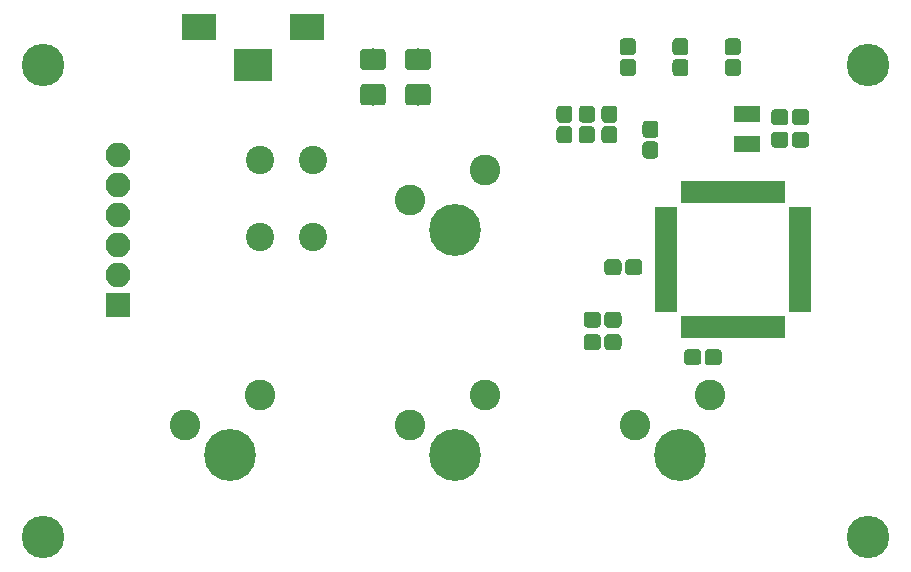
<source format=gbs>
G04 #@! TF.GenerationSoftware,KiCad,Pcbnew,(5.0.0)*
G04 #@! TF.CreationDate,2018-12-24T02:24:05+09:00*
G04 #@! TF.ProjectId,mykeyboard,6D796B6579626F6172642E6B69636164,rev?*
G04 #@! TF.SameCoordinates,Original*
G04 #@! TF.FileFunction,Soldermask,Bot*
G04 #@! TF.FilePolarity,Negative*
%FSLAX46Y46*%
G04 Gerber Fmt 4.6, Leading zero omitted, Abs format (unit mm)*
G04 Created by KiCad (PCBNEW (5.0.0)) date 12/24/18 02:24:05*
%MOMM*%
%LPD*%
G01*
G04 APERTURE LIST*
%ADD10C,3.600000*%
%ADD11C,4.400000*%
%ADD12C,2.600000*%
%ADD13C,2.400000*%
%ADD14O,2.100000X2.100000*%
%ADD15R,2.100000X2.100000*%
%ADD16R,3.000000X2.300000*%
%ADD17R,0.800000X2.800000*%
%ADD18C,0.100000*%
%ADD19C,1.350000*%
%ADD20C,1.825000*%
%ADD21R,1.900000X0.950000*%
%ADD22R,0.950000X1.900000*%
%ADD23R,2.200000X1.400000*%
G04 APERTURE END LIST*
D10*
G04 #@! TO.C,*
X70485000Y-90170000D03*
G04 #@! TD*
G04 #@! TO.C,*
X70485000Y-50165000D03*
G04 #@! TD*
D11*
G04 #@! TO.C,SW_DOWN1*
X105410000Y-83185000D03*
D12*
X101600000Y-80645000D03*
X107950000Y-78105000D03*
G04 #@! TD*
D11*
G04 #@! TO.C,SW_LEFT1*
X86360000Y-83185000D03*
D12*
X82550000Y-80645000D03*
X88900000Y-78105000D03*
G04 #@! TD*
D11*
G04 #@! TO.C,SW_RIGHT1*
X124460000Y-83185000D03*
D12*
X120650000Y-80645000D03*
X127000000Y-78105000D03*
G04 #@! TD*
D11*
G04 #@! TO.C,SW_UP1*
X105410000Y-64135000D03*
D12*
X101600000Y-61595000D03*
X107950000Y-59055000D03*
G04 #@! TD*
D13*
G04 #@! TO.C,SW_RST1*
X93345000Y-58270000D03*
X88845000Y-58270000D03*
X93345000Y-64770000D03*
X88845000Y-64770000D03*
G04 #@! TD*
D14*
G04 #@! TO.C,J2*
X76835000Y-57785000D03*
X76835000Y-60325000D03*
X76835000Y-62865000D03*
X76835000Y-65405000D03*
X76835000Y-67945000D03*
D15*
X76835000Y-70485000D03*
G04 #@! TD*
D16*
G04 #@! TO.C,J1*
X92865000Y-46990000D03*
X83665000Y-46990000D03*
D17*
X86965000Y-50190000D03*
X87615000Y-50190000D03*
X88265000Y-50190000D03*
X88915000Y-50190000D03*
X89565000Y-50190000D03*
G04 #@! TD*
D18*
G04 #@! TO.C,C1*
G36*
X115008605Y-55379134D02*
X115041367Y-55383994D01*
X115073495Y-55392042D01*
X115104680Y-55403200D01*
X115134620Y-55417361D01*
X115163029Y-55434388D01*
X115189632Y-55454118D01*
X115214173Y-55476360D01*
X115236415Y-55500901D01*
X115256145Y-55527504D01*
X115273172Y-55555913D01*
X115287333Y-55585853D01*
X115298491Y-55617038D01*
X115306539Y-55649166D01*
X115311399Y-55681928D01*
X115313024Y-55715009D01*
X115313024Y-56490009D01*
X115311399Y-56523090D01*
X115306539Y-56555852D01*
X115298491Y-56587980D01*
X115287333Y-56619165D01*
X115273172Y-56649105D01*
X115256145Y-56677514D01*
X115236415Y-56704117D01*
X115214173Y-56728658D01*
X115189632Y-56750900D01*
X115163029Y-56770630D01*
X115134620Y-56787657D01*
X115104680Y-56801818D01*
X115073495Y-56812976D01*
X115041367Y-56821024D01*
X115008605Y-56825884D01*
X114975524Y-56827509D01*
X114300524Y-56827509D01*
X114267443Y-56825884D01*
X114234681Y-56821024D01*
X114202553Y-56812976D01*
X114171368Y-56801818D01*
X114141428Y-56787657D01*
X114113019Y-56770630D01*
X114086416Y-56750900D01*
X114061875Y-56728658D01*
X114039633Y-56704117D01*
X114019903Y-56677514D01*
X114002876Y-56649105D01*
X113988715Y-56619165D01*
X113977557Y-56587980D01*
X113969509Y-56555852D01*
X113964649Y-56523090D01*
X113963024Y-56490009D01*
X113963024Y-55715009D01*
X113964649Y-55681928D01*
X113969509Y-55649166D01*
X113977557Y-55617038D01*
X113988715Y-55585853D01*
X114002876Y-55555913D01*
X114019903Y-55527504D01*
X114039633Y-55500901D01*
X114061875Y-55476360D01*
X114086416Y-55454118D01*
X114113019Y-55434388D01*
X114141428Y-55417361D01*
X114171368Y-55403200D01*
X114202553Y-55392042D01*
X114234681Y-55383994D01*
X114267443Y-55379134D01*
X114300524Y-55377509D01*
X114975524Y-55377509D01*
X115008605Y-55379134D01*
X115008605Y-55379134D01*
G37*
D19*
X114638024Y-56102509D03*
D18*
G36*
X115008605Y-53629134D02*
X115041367Y-53633994D01*
X115073495Y-53642042D01*
X115104680Y-53653200D01*
X115134620Y-53667361D01*
X115163029Y-53684388D01*
X115189632Y-53704118D01*
X115214173Y-53726360D01*
X115236415Y-53750901D01*
X115256145Y-53777504D01*
X115273172Y-53805913D01*
X115287333Y-53835853D01*
X115298491Y-53867038D01*
X115306539Y-53899166D01*
X115311399Y-53931928D01*
X115313024Y-53965009D01*
X115313024Y-54740009D01*
X115311399Y-54773090D01*
X115306539Y-54805852D01*
X115298491Y-54837980D01*
X115287333Y-54869165D01*
X115273172Y-54899105D01*
X115256145Y-54927514D01*
X115236415Y-54954117D01*
X115214173Y-54978658D01*
X115189632Y-55000900D01*
X115163029Y-55020630D01*
X115134620Y-55037657D01*
X115104680Y-55051818D01*
X115073495Y-55062976D01*
X115041367Y-55071024D01*
X115008605Y-55075884D01*
X114975524Y-55077509D01*
X114300524Y-55077509D01*
X114267443Y-55075884D01*
X114234681Y-55071024D01*
X114202553Y-55062976D01*
X114171368Y-55051818D01*
X114141428Y-55037657D01*
X114113019Y-55020630D01*
X114086416Y-55000900D01*
X114061875Y-54978658D01*
X114039633Y-54954117D01*
X114019903Y-54927514D01*
X114002876Y-54899105D01*
X113988715Y-54869165D01*
X113977557Y-54837980D01*
X113969509Y-54805852D01*
X113964649Y-54773090D01*
X113963024Y-54740009D01*
X113963024Y-53965009D01*
X113964649Y-53931928D01*
X113969509Y-53899166D01*
X113977557Y-53867038D01*
X113988715Y-53835853D01*
X114002876Y-53805913D01*
X114019903Y-53777504D01*
X114039633Y-53750901D01*
X114061875Y-53726360D01*
X114086416Y-53704118D01*
X114113019Y-53684388D01*
X114141428Y-53667361D01*
X114171368Y-53653200D01*
X114202553Y-53642042D01*
X114234681Y-53633994D01*
X114267443Y-53629134D01*
X114300524Y-53627509D01*
X114975524Y-53627509D01*
X115008605Y-53629134D01*
X115008605Y-53629134D01*
G37*
D19*
X114638024Y-54352509D03*
G04 #@! TD*
D18*
G04 #@! TO.C,C2*
G36*
X116913605Y-55379134D02*
X116946367Y-55383994D01*
X116978495Y-55392042D01*
X117009680Y-55403200D01*
X117039620Y-55417361D01*
X117068029Y-55434388D01*
X117094632Y-55454118D01*
X117119173Y-55476360D01*
X117141415Y-55500901D01*
X117161145Y-55527504D01*
X117178172Y-55555913D01*
X117192333Y-55585853D01*
X117203491Y-55617038D01*
X117211539Y-55649166D01*
X117216399Y-55681928D01*
X117218024Y-55715009D01*
X117218024Y-56490009D01*
X117216399Y-56523090D01*
X117211539Y-56555852D01*
X117203491Y-56587980D01*
X117192333Y-56619165D01*
X117178172Y-56649105D01*
X117161145Y-56677514D01*
X117141415Y-56704117D01*
X117119173Y-56728658D01*
X117094632Y-56750900D01*
X117068029Y-56770630D01*
X117039620Y-56787657D01*
X117009680Y-56801818D01*
X116978495Y-56812976D01*
X116946367Y-56821024D01*
X116913605Y-56825884D01*
X116880524Y-56827509D01*
X116205524Y-56827509D01*
X116172443Y-56825884D01*
X116139681Y-56821024D01*
X116107553Y-56812976D01*
X116076368Y-56801818D01*
X116046428Y-56787657D01*
X116018019Y-56770630D01*
X115991416Y-56750900D01*
X115966875Y-56728658D01*
X115944633Y-56704117D01*
X115924903Y-56677514D01*
X115907876Y-56649105D01*
X115893715Y-56619165D01*
X115882557Y-56587980D01*
X115874509Y-56555852D01*
X115869649Y-56523090D01*
X115868024Y-56490009D01*
X115868024Y-55715009D01*
X115869649Y-55681928D01*
X115874509Y-55649166D01*
X115882557Y-55617038D01*
X115893715Y-55585853D01*
X115907876Y-55555913D01*
X115924903Y-55527504D01*
X115944633Y-55500901D01*
X115966875Y-55476360D01*
X115991416Y-55454118D01*
X116018019Y-55434388D01*
X116046428Y-55417361D01*
X116076368Y-55403200D01*
X116107553Y-55392042D01*
X116139681Y-55383994D01*
X116172443Y-55379134D01*
X116205524Y-55377509D01*
X116880524Y-55377509D01*
X116913605Y-55379134D01*
X116913605Y-55379134D01*
G37*
D19*
X116543024Y-56102509D03*
D18*
G36*
X116913605Y-53629134D02*
X116946367Y-53633994D01*
X116978495Y-53642042D01*
X117009680Y-53653200D01*
X117039620Y-53667361D01*
X117068029Y-53684388D01*
X117094632Y-53704118D01*
X117119173Y-53726360D01*
X117141415Y-53750901D01*
X117161145Y-53777504D01*
X117178172Y-53805913D01*
X117192333Y-53835853D01*
X117203491Y-53867038D01*
X117211539Y-53899166D01*
X117216399Y-53931928D01*
X117218024Y-53965009D01*
X117218024Y-54740009D01*
X117216399Y-54773090D01*
X117211539Y-54805852D01*
X117203491Y-54837980D01*
X117192333Y-54869165D01*
X117178172Y-54899105D01*
X117161145Y-54927514D01*
X117141415Y-54954117D01*
X117119173Y-54978658D01*
X117094632Y-55000900D01*
X117068029Y-55020630D01*
X117039620Y-55037657D01*
X117009680Y-55051818D01*
X116978495Y-55062976D01*
X116946367Y-55071024D01*
X116913605Y-55075884D01*
X116880524Y-55077509D01*
X116205524Y-55077509D01*
X116172443Y-55075884D01*
X116139681Y-55071024D01*
X116107553Y-55062976D01*
X116076368Y-55051818D01*
X116046428Y-55037657D01*
X116018019Y-55020630D01*
X115991416Y-55000900D01*
X115966875Y-54978658D01*
X115944633Y-54954117D01*
X115924903Y-54927514D01*
X115907876Y-54899105D01*
X115893715Y-54869165D01*
X115882557Y-54837980D01*
X115874509Y-54805852D01*
X115869649Y-54773090D01*
X115868024Y-54740009D01*
X115868024Y-53965009D01*
X115869649Y-53931928D01*
X115874509Y-53899166D01*
X115882557Y-53867038D01*
X115893715Y-53835853D01*
X115907876Y-53805913D01*
X115924903Y-53777504D01*
X115944633Y-53750901D01*
X115966875Y-53726360D01*
X115991416Y-53704118D01*
X116018019Y-53684388D01*
X116046428Y-53667361D01*
X116076368Y-53653200D01*
X116107553Y-53642042D01*
X116139681Y-53633994D01*
X116172443Y-53629134D01*
X116205524Y-53627509D01*
X116880524Y-53627509D01*
X116913605Y-53629134D01*
X116913605Y-53629134D01*
G37*
D19*
X116543024Y-54352509D03*
G04 #@! TD*
D18*
G04 #@! TO.C,C3*
G36*
X118818605Y-53629134D02*
X118851367Y-53633994D01*
X118883495Y-53642042D01*
X118914680Y-53653200D01*
X118944620Y-53667361D01*
X118973029Y-53684388D01*
X118999632Y-53704118D01*
X119024173Y-53726360D01*
X119046415Y-53750901D01*
X119066145Y-53777504D01*
X119083172Y-53805913D01*
X119097333Y-53835853D01*
X119108491Y-53867038D01*
X119116539Y-53899166D01*
X119121399Y-53931928D01*
X119123024Y-53965009D01*
X119123024Y-54740009D01*
X119121399Y-54773090D01*
X119116539Y-54805852D01*
X119108491Y-54837980D01*
X119097333Y-54869165D01*
X119083172Y-54899105D01*
X119066145Y-54927514D01*
X119046415Y-54954117D01*
X119024173Y-54978658D01*
X118999632Y-55000900D01*
X118973029Y-55020630D01*
X118944620Y-55037657D01*
X118914680Y-55051818D01*
X118883495Y-55062976D01*
X118851367Y-55071024D01*
X118818605Y-55075884D01*
X118785524Y-55077509D01*
X118110524Y-55077509D01*
X118077443Y-55075884D01*
X118044681Y-55071024D01*
X118012553Y-55062976D01*
X117981368Y-55051818D01*
X117951428Y-55037657D01*
X117923019Y-55020630D01*
X117896416Y-55000900D01*
X117871875Y-54978658D01*
X117849633Y-54954117D01*
X117829903Y-54927514D01*
X117812876Y-54899105D01*
X117798715Y-54869165D01*
X117787557Y-54837980D01*
X117779509Y-54805852D01*
X117774649Y-54773090D01*
X117773024Y-54740009D01*
X117773024Y-53965009D01*
X117774649Y-53931928D01*
X117779509Y-53899166D01*
X117787557Y-53867038D01*
X117798715Y-53835853D01*
X117812876Y-53805913D01*
X117829903Y-53777504D01*
X117849633Y-53750901D01*
X117871875Y-53726360D01*
X117896416Y-53704118D01*
X117923019Y-53684388D01*
X117951428Y-53667361D01*
X117981368Y-53653200D01*
X118012553Y-53642042D01*
X118044681Y-53633994D01*
X118077443Y-53629134D01*
X118110524Y-53627509D01*
X118785524Y-53627509D01*
X118818605Y-53629134D01*
X118818605Y-53629134D01*
G37*
D19*
X118448024Y-54352509D03*
D18*
G36*
X118818605Y-55379134D02*
X118851367Y-55383994D01*
X118883495Y-55392042D01*
X118914680Y-55403200D01*
X118944620Y-55417361D01*
X118973029Y-55434388D01*
X118999632Y-55454118D01*
X119024173Y-55476360D01*
X119046415Y-55500901D01*
X119066145Y-55527504D01*
X119083172Y-55555913D01*
X119097333Y-55585853D01*
X119108491Y-55617038D01*
X119116539Y-55649166D01*
X119121399Y-55681928D01*
X119123024Y-55715009D01*
X119123024Y-56490009D01*
X119121399Y-56523090D01*
X119116539Y-56555852D01*
X119108491Y-56587980D01*
X119097333Y-56619165D01*
X119083172Y-56649105D01*
X119066145Y-56677514D01*
X119046415Y-56704117D01*
X119024173Y-56728658D01*
X118999632Y-56750900D01*
X118973029Y-56770630D01*
X118944620Y-56787657D01*
X118914680Y-56801818D01*
X118883495Y-56812976D01*
X118851367Y-56821024D01*
X118818605Y-56825884D01*
X118785524Y-56827509D01*
X118110524Y-56827509D01*
X118077443Y-56825884D01*
X118044681Y-56821024D01*
X118012553Y-56812976D01*
X117981368Y-56801818D01*
X117951428Y-56787657D01*
X117923019Y-56770630D01*
X117896416Y-56750900D01*
X117871875Y-56728658D01*
X117849633Y-56704117D01*
X117829903Y-56677514D01*
X117812876Y-56649105D01*
X117798715Y-56619165D01*
X117787557Y-56587980D01*
X117779509Y-56555852D01*
X117774649Y-56523090D01*
X117773024Y-56490009D01*
X117773024Y-55715009D01*
X117774649Y-55681928D01*
X117779509Y-55649166D01*
X117787557Y-55617038D01*
X117798715Y-55585853D01*
X117812876Y-55555913D01*
X117829903Y-55527504D01*
X117849633Y-55500901D01*
X117871875Y-55476360D01*
X117896416Y-55454118D01*
X117923019Y-55434388D01*
X117951428Y-55417361D01*
X117981368Y-55403200D01*
X118012553Y-55392042D01*
X118044681Y-55383994D01*
X118077443Y-55379134D01*
X118110524Y-55377509D01*
X118785524Y-55377509D01*
X118818605Y-55379134D01*
X118818605Y-55379134D01*
G37*
D19*
X118448024Y-56102509D03*
G04 #@! TD*
D18*
G04 #@! TO.C,C4*
G36*
X133290581Y-55841625D02*
X133323343Y-55846485D01*
X133355471Y-55854533D01*
X133386656Y-55865691D01*
X133416596Y-55879852D01*
X133445005Y-55896879D01*
X133471608Y-55916609D01*
X133496149Y-55938851D01*
X133518391Y-55963392D01*
X133538121Y-55989995D01*
X133555148Y-56018404D01*
X133569309Y-56048344D01*
X133580467Y-56079529D01*
X133588515Y-56111657D01*
X133593375Y-56144419D01*
X133595000Y-56177500D01*
X133595000Y-56852500D01*
X133593375Y-56885581D01*
X133588515Y-56918343D01*
X133580467Y-56950471D01*
X133569309Y-56981656D01*
X133555148Y-57011596D01*
X133538121Y-57040005D01*
X133518391Y-57066608D01*
X133496149Y-57091149D01*
X133471608Y-57113391D01*
X133445005Y-57133121D01*
X133416596Y-57150148D01*
X133386656Y-57164309D01*
X133355471Y-57175467D01*
X133323343Y-57183515D01*
X133290581Y-57188375D01*
X133257500Y-57190000D01*
X132482500Y-57190000D01*
X132449419Y-57188375D01*
X132416657Y-57183515D01*
X132384529Y-57175467D01*
X132353344Y-57164309D01*
X132323404Y-57150148D01*
X132294995Y-57133121D01*
X132268392Y-57113391D01*
X132243851Y-57091149D01*
X132221609Y-57066608D01*
X132201879Y-57040005D01*
X132184852Y-57011596D01*
X132170691Y-56981656D01*
X132159533Y-56950471D01*
X132151485Y-56918343D01*
X132146625Y-56885581D01*
X132145000Y-56852500D01*
X132145000Y-56177500D01*
X132146625Y-56144419D01*
X132151485Y-56111657D01*
X132159533Y-56079529D01*
X132170691Y-56048344D01*
X132184852Y-56018404D01*
X132201879Y-55989995D01*
X132221609Y-55963392D01*
X132243851Y-55938851D01*
X132268392Y-55916609D01*
X132294995Y-55896879D01*
X132323404Y-55879852D01*
X132353344Y-55865691D01*
X132384529Y-55854533D01*
X132416657Y-55846485D01*
X132449419Y-55841625D01*
X132482500Y-55840000D01*
X133257500Y-55840000D01*
X133290581Y-55841625D01*
X133290581Y-55841625D01*
G37*
D19*
X132870000Y-56515000D03*
D18*
G36*
X135040581Y-55841625D02*
X135073343Y-55846485D01*
X135105471Y-55854533D01*
X135136656Y-55865691D01*
X135166596Y-55879852D01*
X135195005Y-55896879D01*
X135221608Y-55916609D01*
X135246149Y-55938851D01*
X135268391Y-55963392D01*
X135288121Y-55989995D01*
X135305148Y-56018404D01*
X135319309Y-56048344D01*
X135330467Y-56079529D01*
X135338515Y-56111657D01*
X135343375Y-56144419D01*
X135345000Y-56177500D01*
X135345000Y-56852500D01*
X135343375Y-56885581D01*
X135338515Y-56918343D01*
X135330467Y-56950471D01*
X135319309Y-56981656D01*
X135305148Y-57011596D01*
X135288121Y-57040005D01*
X135268391Y-57066608D01*
X135246149Y-57091149D01*
X135221608Y-57113391D01*
X135195005Y-57133121D01*
X135166596Y-57150148D01*
X135136656Y-57164309D01*
X135105471Y-57175467D01*
X135073343Y-57183515D01*
X135040581Y-57188375D01*
X135007500Y-57190000D01*
X134232500Y-57190000D01*
X134199419Y-57188375D01*
X134166657Y-57183515D01*
X134134529Y-57175467D01*
X134103344Y-57164309D01*
X134073404Y-57150148D01*
X134044995Y-57133121D01*
X134018392Y-57113391D01*
X133993851Y-57091149D01*
X133971609Y-57066608D01*
X133951879Y-57040005D01*
X133934852Y-57011596D01*
X133920691Y-56981656D01*
X133909533Y-56950471D01*
X133901485Y-56918343D01*
X133896625Y-56885581D01*
X133895000Y-56852500D01*
X133895000Y-56177500D01*
X133896625Y-56144419D01*
X133901485Y-56111657D01*
X133909533Y-56079529D01*
X133920691Y-56048344D01*
X133934852Y-56018404D01*
X133951879Y-55989995D01*
X133971609Y-55963392D01*
X133993851Y-55938851D01*
X134018392Y-55916609D01*
X134044995Y-55896879D01*
X134073404Y-55879852D01*
X134103344Y-55865691D01*
X134134529Y-55854533D01*
X134166657Y-55846485D01*
X134199419Y-55841625D01*
X134232500Y-55840000D01*
X135007500Y-55840000D01*
X135040581Y-55841625D01*
X135040581Y-55841625D01*
G37*
D19*
X134620000Y-56515000D03*
G04 #@! TD*
D18*
G04 #@! TO.C,C5*
G36*
X135040581Y-53936625D02*
X135073343Y-53941485D01*
X135105471Y-53949533D01*
X135136656Y-53960691D01*
X135166596Y-53974852D01*
X135195005Y-53991879D01*
X135221608Y-54011609D01*
X135246149Y-54033851D01*
X135268391Y-54058392D01*
X135288121Y-54084995D01*
X135305148Y-54113404D01*
X135319309Y-54143344D01*
X135330467Y-54174529D01*
X135338515Y-54206657D01*
X135343375Y-54239419D01*
X135345000Y-54272500D01*
X135345000Y-54947500D01*
X135343375Y-54980581D01*
X135338515Y-55013343D01*
X135330467Y-55045471D01*
X135319309Y-55076656D01*
X135305148Y-55106596D01*
X135288121Y-55135005D01*
X135268391Y-55161608D01*
X135246149Y-55186149D01*
X135221608Y-55208391D01*
X135195005Y-55228121D01*
X135166596Y-55245148D01*
X135136656Y-55259309D01*
X135105471Y-55270467D01*
X135073343Y-55278515D01*
X135040581Y-55283375D01*
X135007500Y-55285000D01*
X134232500Y-55285000D01*
X134199419Y-55283375D01*
X134166657Y-55278515D01*
X134134529Y-55270467D01*
X134103344Y-55259309D01*
X134073404Y-55245148D01*
X134044995Y-55228121D01*
X134018392Y-55208391D01*
X133993851Y-55186149D01*
X133971609Y-55161608D01*
X133951879Y-55135005D01*
X133934852Y-55106596D01*
X133920691Y-55076656D01*
X133909533Y-55045471D01*
X133901485Y-55013343D01*
X133896625Y-54980581D01*
X133895000Y-54947500D01*
X133895000Y-54272500D01*
X133896625Y-54239419D01*
X133901485Y-54206657D01*
X133909533Y-54174529D01*
X133920691Y-54143344D01*
X133934852Y-54113404D01*
X133951879Y-54084995D01*
X133971609Y-54058392D01*
X133993851Y-54033851D01*
X134018392Y-54011609D01*
X134044995Y-53991879D01*
X134073404Y-53974852D01*
X134103344Y-53960691D01*
X134134529Y-53949533D01*
X134166657Y-53941485D01*
X134199419Y-53936625D01*
X134232500Y-53935000D01*
X135007500Y-53935000D01*
X135040581Y-53936625D01*
X135040581Y-53936625D01*
G37*
D19*
X134620000Y-54610000D03*
D18*
G36*
X133290581Y-53936625D02*
X133323343Y-53941485D01*
X133355471Y-53949533D01*
X133386656Y-53960691D01*
X133416596Y-53974852D01*
X133445005Y-53991879D01*
X133471608Y-54011609D01*
X133496149Y-54033851D01*
X133518391Y-54058392D01*
X133538121Y-54084995D01*
X133555148Y-54113404D01*
X133569309Y-54143344D01*
X133580467Y-54174529D01*
X133588515Y-54206657D01*
X133593375Y-54239419D01*
X133595000Y-54272500D01*
X133595000Y-54947500D01*
X133593375Y-54980581D01*
X133588515Y-55013343D01*
X133580467Y-55045471D01*
X133569309Y-55076656D01*
X133555148Y-55106596D01*
X133538121Y-55135005D01*
X133518391Y-55161608D01*
X133496149Y-55186149D01*
X133471608Y-55208391D01*
X133445005Y-55228121D01*
X133416596Y-55245148D01*
X133386656Y-55259309D01*
X133355471Y-55270467D01*
X133323343Y-55278515D01*
X133290581Y-55283375D01*
X133257500Y-55285000D01*
X132482500Y-55285000D01*
X132449419Y-55283375D01*
X132416657Y-55278515D01*
X132384529Y-55270467D01*
X132353344Y-55259309D01*
X132323404Y-55245148D01*
X132294995Y-55228121D01*
X132268392Y-55208391D01*
X132243851Y-55186149D01*
X132221609Y-55161608D01*
X132201879Y-55135005D01*
X132184852Y-55106596D01*
X132170691Y-55076656D01*
X132159533Y-55045471D01*
X132151485Y-55013343D01*
X132146625Y-54980581D01*
X132145000Y-54947500D01*
X132145000Y-54272500D01*
X132146625Y-54239419D01*
X132151485Y-54206657D01*
X132159533Y-54174529D01*
X132170691Y-54143344D01*
X132184852Y-54113404D01*
X132201879Y-54084995D01*
X132221609Y-54058392D01*
X132243851Y-54033851D01*
X132268392Y-54011609D01*
X132294995Y-53991879D01*
X132323404Y-53974852D01*
X132353344Y-53960691D01*
X132384529Y-53949533D01*
X132416657Y-53941485D01*
X132449419Y-53936625D01*
X132482500Y-53935000D01*
X133257500Y-53935000D01*
X133290581Y-53936625D01*
X133290581Y-53936625D01*
G37*
D19*
X132870000Y-54610000D03*
G04 #@! TD*
D18*
G04 #@! TO.C,C6*
G36*
X127660581Y-74256625D02*
X127693343Y-74261485D01*
X127725471Y-74269533D01*
X127756656Y-74280691D01*
X127786596Y-74294852D01*
X127815005Y-74311879D01*
X127841608Y-74331609D01*
X127866149Y-74353851D01*
X127888391Y-74378392D01*
X127908121Y-74404995D01*
X127925148Y-74433404D01*
X127939309Y-74463344D01*
X127950467Y-74494529D01*
X127958515Y-74526657D01*
X127963375Y-74559419D01*
X127965000Y-74592500D01*
X127965000Y-75267500D01*
X127963375Y-75300581D01*
X127958515Y-75333343D01*
X127950467Y-75365471D01*
X127939309Y-75396656D01*
X127925148Y-75426596D01*
X127908121Y-75455005D01*
X127888391Y-75481608D01*
X127866149Y-75506149D01*
X127841608Y-75528391D01*
X127815005Y-75548121D01*
X127786596Y-75565148D01*
X127756656Y-75579309D01*
X127725471Y-75590467D01*
X127693343Y-75598515D01*
X127660581Y-75603375D01*
X127627500Y-75605000D01*
X126852500Y-75605000D01*
X126819419Y-75603375D01*
X126786657Y-75598515D01*
X126754529Y-75590467D01*
X126723344Y-75579309D01*
X126693404Y-75565148D01*
X126664995Y-75548121D01*
X126638392Y-75528391D01*
X126613851Y-75506149D01*
X126591609Y-75481608D01*
X126571879Y-75455005D01*
X126554852Y-75426596D01*
X126540691Y-75396656D01*
X126529533Y-75365471D01*
X126521485Y-75333343D01*
X126516625Y-75300581D01*
X126515000Y-75267500D01*
X126515000Y-74592500D01*
X126516625Y-74559419D01*
X126521485Y-74526657D01*
X126529533Y-74494529D01*
X126540691Y-74463344D01*
X126554852Y-74433404D01*
X126571879Y-74404995D01*
X126591609Y-74378392D01*
X126613851Y-74353851D01*
X126638392Y-74331609D01*
X126664995Y-74311879D01*
X126693404Y-74294852D01*
X126723344Y-74280691D01*
X126754529Y-74269533D01*
X126786657Y-74261485D01*
X126819419Y-74256625D01*
X126852500Y-74255000D01*
X127627500Y-74255000D01*
X127660581Y-74256625D01*
X127660581Y-74256625D01*
G37*
D19*
X127240000Y-74930000D03*
D18*
G36*
X125910581Y-74256625D02*
X125943343Y-74261485D01*
X125975471Y-74269533D01*
X126006656Y-74280691D01*
X126036596Y-74294852D01*
X126065005Y-74311879D01*
X126091608Y-74331609D01*
X126116149Y-74353851D01*
X126138391Y-74378392D01*
X126158121Y-74404995D01*
X126175148Y-74433404D01*
X126189309Y-74463344D01*
X126200467Y-74494529D01*
X126208515Y-74526657D01*
X126213375Y-74559419D01*
X126215000Y-74592500D01*
X126215000Y-75267500D01*
X126213375Y-75300581D01*
X126208515Y-75333343D01*
X126200467Y-75365471D01*
X126189309Y-75396656D01*
X126175148Y-75426596D01*
X126158121Y-75455005D01*
X126138391Y-75481608D01*
X126116149Y-75506149D01*
X126091608Y-75528391D01*
X126065005Y-75548121D01*
X126036596Y-75565148D01*
X126006656Y-75579309D01*
X125975471Y-75590467D01*
X125943343Y-75598515D01*
X125910581Y-75603375D01*
X125877500Y-75605000D01*
X125102500Y-75605000D01*
X125069419Y-75603375D01*
X125036657Y-75598515D01*
X125004529Y-75590467D01*
X124973344Y-75579309D01*
X124943404Y-75565148D01*
X124914995Y-75548121D01*
X124888392Y-75528391D01*
X124863851Y-75506149D01*
X124841609Y-75481608D01*
X124821879Y-75455005D01*
X124804852Y-75426596D01*
X124790691Y-75396656D01*
X124779533Y-75365471D01*
X124771485Y-75333343D01*
X124766625Y-75300581D01*
X124765000Y-75267500D01*
X124765000Y-74592500D01*
X124766625Y-74559419D01*
X124771485Y-74526657D01*
X124779533Y-74494529D01*
X124790691Y-74463344D01*
X124804852Y-74433404D01*
X124821879Y-74404995D01*
X124841609Y-74378392D01*
X124863851Y-74353851D01*
X124888392Y-74331609D01*
X124914995Y-74311879D01*
X124943404Y-74294852D01*
X124973344Y-74280691D01*
X125004529Y-74269533D01*
X125036657Y-74261485D01*
X125069419Y-74256625D01*
X125102500Y-74255000D01*
X125877500Y-74255000D01*
X125910581Y-74256625D01*
X125910581Y-74256625D01*
G37*
D19*
X125490000Y-74930000D03*
G04 #@! TD*
D18*
G04 #@! TO.C,C7*
G36*
X120915581Y-66636625D02*
X120948343Y-66641485D01*
X120980471Y-66649533D01*
X121011656Y-66660691D01*
X121041596Y-66674852D01*
X121070005Y-66691879D01*
X121096608Y-66711609D01*
X121121149Y-66733851D01*
X121143391Y-66758392D01*
X121163121Y-66784995D01*
X121180148Y-66813404D01*
X121194309Y-66843344D01*
X121205467Y-66874529D01*
X121213515Y-66906657D01*
X121218375Y-66939419D01*
X121220000Y-66972500D01*
X121220000Y-67647500D01*
X121218375Y-67680581D01*
X121213515Y-67713343D01*
X121205467Y-67745471D01*
X121194309Y-67776656D01*
X121180148Y-67806596D01*
X121163121Y-67835005D01*
X121143391Y-67861608D01*
X121121149Y-67886149D01*
X121096608Y-67908391D01*
X121070005Y-67928121D01*
X121041596Y-67945148D01*
X121011656Y-67959309D01*
X120980471Y-67970467D01*
X120948343Y-67978515D01*
X120915581Y-67983375D01*
X120882500Y-67985000D01*
X120107500Y-67985000D01*
X120074419Y-67983375D01*
X120041657Y-67978515D01*
X120009529Y-67970467D01*
X119978344Y-67959309D01*
X119948404Y-67945148D01*
X119919995Y-67928121D01*
X119893392Y-67908391D01*
X119868851Y-67886149D01*
X119846609Y-67861608D01*
X119826879Y-67835005D01*
X119809852Y-67806596D01*
X119795691Y-67776656D01*
X119784533Y-67745471D01*
X119776485Y-67713343D01*
X119771625Y-67680581D01*
X119770000Y-67647500D01*
X119770000Y-66972500D01*
X119771625Y-66939419D01*
X119776485Y-66906657D01*
X119784533Y-66874529D01*
X119795691Y-66843344D01*
X119809852Y-66813404D01*
X119826879Y-66784995D01*
X119846609Y-66758392D01*
X119868851Y-66733851D01*
X119893392Y-66711609D01*
X119919995Y-66691879D01*
X119948404Y-66674852D01*
X119978344Y-66660691D01*
X120009529Y-66649533D01*
X120041657Y-66641485D01*
X120074419Y-66636625D01*
X120107500Y-66635000D01*
X120882500Y-66635000D01*
X120915581Y-66636625D01*
X120915581Y-66636625D01*
G37*
D19*
X120495000Y-67310000D03*
D18*
G36*
X119165581Y-66636625D02*
X119198343Y-66641485D01*
X119230471Y-66649533D01*
X119261656Y-66660691D01*
X119291596Y-66674852D01*
X119320005Y-66691879D01*
X119346608Y-66711609D01*
X119371149Y-66733851D01*
X119393391Y-66758392D01*
X119413121Y-66784995D01*
X119430148Y-66813404D01*
X119444309Y-66843344D01*
X119455467Y-66874529D01*
X119463515Y-66906657D01*
X119468375Y-66939419D01*
X119470000Y-66972500D01*
X119470000Y-67647500D01*
X119468375Y-67680581D01*
X119463515Y-67713343D01*
X119455467Y-67745471D01*
X119444309Y-67776656D01*
X119430148Y-67806596D01*
X119413121Y-67835005D01*
X119393391Y-67861608D01*
X119371149Y-67886149D01*
X119346608Y-67908391D01*
X119320005Y-67928121D01*
X119291596Y-67945148D01*
X119261656Y-67959309D01*
X119230471Y-67970467D01*
X119198343Y-67978515D01*
X119165581Y-67983375D01*
X119132500Y-67985000D01*
X118357500Y-67985000D01*
X118324419Y-67983375D01*
X118291657Y-67978515D01*
X118259529Y-67970467D01*
X118228344Y-67959309D01*
X118198404Y-67945148D01*
X118169995Y-67928121D01*
X118143392Y-67908391D01*
X118118851Y-67886149D01*
X118096609Y-67861608D01*
X118076879Y-67835005D01*
X118059852Y-67806596D01*
X118045691Y-67776656D01*
X118034533Y-67745471D01*
X118026485Y-67713343D01*
X118021625Y-67680581D01*
X118020000Y-67647500D01*
X118020000Y-66972500D01*
X118021625Y-66939419D01*
X118026485Y-66906657D01*
X118034533Y-66874529D01*
X118045691Y-66843344D01*
X118059852Y-66813404D01*
X118076879Y-66784995D01*
X118096609Y-66758392D01*
X118118851Y-66733851D01*
X118143392Y-66711609D01*
X118169995Y-66691879D01*
X118198404Y-66674852D01*
X118228344Y-66660691D01*
X118259529Y-66649533D01*
X118291657Y-66641485D01*
X118324419Y-66636625D01*
X118357500Y-66635000D01*
X119132500Y-66635000D01*
X119165581Y-66636625D01*
X119165581Y-66636625D01*
G37*
D19*
X118745000Y-67310000D03*
G04 #@! TD*
D18*
G04 #@! TO.C,D1*
G36*
X103021207Y-48819042D02*
X103052287Y-48823652D01*
X103082766Y-48831287D01*
X103112350Y-48841872D01*
X103140754Y-48855306D01*
X103167704Y-48871459D01*
X103192942Y-48890177D01*
X103216223Y-48911277D01*
X103237323Y-48934558D01*
X103256041Y-48959796D01*
X103272194Y-48986746D01*
X103285628Y-49015150D01*
X103296213Y-49044734D01*
X103303848Y-49075213D01*
X103308458Y-49106293D01*
X103310000Y-49137676D01*
X103310000Y-50322324D01*
X103308458Y-50353707D01*
X103303848Y-50384787D01*
X103296213Y-50415266D01*
X103285628Y-50444850D01*
X103272194Y-50473254D01*
X103256041Y-50500204D01*
X103237323Y-50525442D01*
X103216223Y-50548723D01*
X103192942Y-50569823D01*
X103167704Y-50588541D01*
X103140754Y-50604694D01*
X103112350Y-50618128D01*
X103082766Y-50628713D01*
X103052287Y-50636348D01*
X103021207Y-50640958D01*
X102989824Y-50642500D01*
X101480176Y-50642500D01*
X101448793Y-50640958D01*
X101417713Y-50636348D01*
X101387234Y-50628713D01*
X101357650Y-50618128D01*
X101329246Y-50604694D01*
X101302296Y-50588541D01*
X101277058Y-50569823D01*
X101253777Y-50548723D01*
X101232677Y-50525442D01*
X101213959Y-50500204D01*
X101197806Y-50473254D01*
X101184372Y-50444850D01*
X101173787Y-50415266D01*
X101166152Y-50384787D01*
X101161542Y-50353707D01*
X101160000Y-50322324D01*
X101160000Y-49137676D01*
X101161542Y-49106293D01*
X101166152Y-49075213D01*
X101173787Y-49044734D01*
X101184372Y-49015150D01*
X101197806Y-48986746D01*
X101213959Y-48959796D01*
X101232677Y-48934558D01*
X101253777Y-48911277D01*
X101277058Y-48890177D01*
X101302296Y-48871459D01*
X101329246Y-48855306D01*
X101357650Y-48841872D01*
X101387234Y-48831287D01*
X101417713Y-48823652D01*
X101448793Y-48819042D01*
X101480176Y-48817500D01*
X102989824Y-48817500D01*
X103021207Y-48819042D01*
X103021207Y-48819042D01*
G37*
D20*
X102235000Y-49730000D03*
D18*
G36*
X103021207Y-51794042D02*
X103052287Y-51798652D01*
X103082766Y-51806287D01*
X103112350Y-51816872D01*
X103140754Y-51830306D01*
X103167704Y-51846459D01*
X103192942Y-51865177D01*
X103216223Y-51886277D01*
X103237323Y-51909558D01*
X103256041Y-51934796D01*
X103272194Y-51961746D01*
X103285628Y-51990150D01*
X103296213Y-52019734D01*
X103303848Y-52050213D01*
X103308458Y-52081293D01*
X103310000Y-52112676D01*
X103310000Y-53297324D01*
X103308458Y-53328707D01*
X103303848Y-53359787D01*
X103296213Y-53390266D01*
X103285628Y-53419850D01*
X103272194Y-53448254D01*
X103256041Y-53475204D01*
X103237323Y-53500442D01*
X103216223Y-53523723D01*
X103192942Y-53544823D01*
X103167704Y-53563541D01*
X103140754Y-53579694D01*
X103112350Y-53593128D01*
X103082766Y-53603713D01*
X103052287Y-53611348D01*
X103021207Y-53615958D01*
X102989824Y-53617500D01*
X101480176Y-53617500D01*
X101448793Y-53615958D01*
X101417713Y-53611348D01*
X101387234Y-53603713D01*
X101357650Y-53593128D01*
X101329246Y-53579694D01*
X101302296Y-53563541D01*
X101277058Y-53544823D01*
X101253777Y-53523723D01*
X101232677Y-53500442D01*
X101213959Y-53475204D01*
X101197806Y-53448254D01*
X101184372Y-53419850D01*
X101173787Y-53390266D01*
X101166152Y-53359787D01*
X101161542Y-53328707D01*
X101160000Y-53297324D01*
X101160000Y-52112676D01*
X101161542Y-52081293D01*
X101166152Y-52050213D01*
X101173787Y-52019734D01*
X101184372Y-51990150D01*
X101197806Y-51961746D01*
X101213959Y-51934796D01*
X101232677Y-51909558D01*
X101253777Y-51886277D01*
X101277058Y-51865177D01*
X101302296Y-51846459D01*
X101329246Y-51830306D01*
X101357650Y-51816872D01*
X101387234Y-51806287D01*
X101417713Y-51798652D01*
X101448793Y-51794042D01*
X101480176Y-51792500D01*
X102989824Y-51792500D01*
X103021207Y-51794042D01*
X103021207Y-51794042D01*
G37*
D20*
X102235000Y-52705000D03*
G04 #@! TD*
D18*
G04 #@! TO.C,F1*
G36*
X99211207Y-48819042D02*
X99242287Y-48823652D01*
X99272766Y-48831287D01*
X99302350Y-48841872D01*
X99330754Y-48855306D01*
X99357704Y-48871459D01*
X99382942Y-48890177D01*
X99406223Y-48911277D01*
X99427323Y-48934558D01*
X99446041Y-48959796D01*
X99462194Y-48986746D01*
X99475628Y-49015150D01*
X99486213Y-49044734D01*
X99493848Y-49075213D01*
X99498458Y-49106293D01*
X99500000Y-49137676D01*
X99500000Y-50322324D01*
X99498458Y-50353707D01*
X99493848Y-50384787D01*
X99486213Y-50415266D01*
X99475628Y-50444850D01*
X99462194Y-50473254D01*
X99446041Y-50500204D01*
X99427323Y-50525442D01*
X99406223Y-50548723D01*
X99382942Y-50569823D01*
X99357704Y-50588541D01*
X99330754Y-50604694D01*
X99302350Y-50618128D01*
X99272766Y-50628713D01*
X99242287Y-50636348D01*
X99211207Y-50640958D01*
X99179824Y-50642500D01*
X97670176Y-50642500D01*
X97638793Y-50640958D01*
X97607713Y-50636348D01*
X97577234Y-50628713D01*
X97547650Y-50618128D01*
X97519246Y-50604694D01*
X97492296Y-50588541D01*
X97467058Y-50569823D01*
X97443777Y-50548723D01*
X97422677Y-50525442D01*
X97403959Y-50500204D01*
X97387806Y-50473254D01*
X97374372Y-50444850D01*
X97363787Y-50415266D01*
X97356152Y-50384787D01*
X97351542Y-50353707D01*
X97350000Y-50322324D01*
X97350000Y-49137676D01*
X97351542Y-49106293D01*
X97356152Y-49075213D01*
X97363787Y-49044734D01*
X97374372Y-49015150D01*
X97387806Y-48986746D01*
X97403959Y-48959796D01*
X97422677Y-48934558D01*
X97443777Y-48911277D01*
X97467058Y-48890177D01*
X97492296Y-48871459D01*
X97519246Y-48855306D01*
X97547650Y-48841872D01*
X97577234Y-48831287D01*
X97607713Y-48823652D01*
X97638793Y-48819042D01*
X97670176Y-48817500D01*
X99179824Y-48817500D01*
X99211207Y-48819042D01*
X99211207Y-48819042D01*
G37*
D20*
X98425000Y-49730000D03*
D18*
G36*
X99211207Y-51794042D02*
X99242287Y-51798652D01*
X99272766Y-51806287D01*
X99302350Y-51816872D01*
X99330754Y-51830306D01*
X99357704Y-51846459D01*
X99382942Y-51865177D01*
X99406223Y-51886277D01*
X99427323Y-51909558D01*
X99446041Y-51934796D01*
X99462194Y-51961746D01*
X99475628Y-51990150D01*
X99486213Y-52019734D01*
X99493848Y-52050213D01*
X99498458Y-52081293D01*
X99500000Y-52112676D01*
X99500000Y-53297324D01*
X99498458Y-53328707D01*
X99493848Y-53359787D01*
X99486213Y-53390266D01*
X99475628Y-53419850D01*
X99462194Y-53448254D01*
X99446041Y-53475204D01*
X99427323Y-53500442D01*
X99406223Y-53523723D01*
X99382942Y-53544823D01*
X99357704Y-53563541D01*
X99330754Y-53579694D01*
X99302350Y-53593128D01*
X99272766Y-53603713D01*
X99242287Y-53611348D01*
X99211207Y-53615958D01*
X99179824Y-53617500D01*
X97670176Y-53617500D01*
X97638793Y-53615958D01*
X97607713Y-53611348D01*
X97577234Y-53603713D01*
X97547650Y-53593128D01*
X97519246Y-53579694D01*
X97492296Y-53563541D01*
X97467058Y-53544823D01*
X97443777Y-53523723D01*
X97422677Y-53500442D01*
X97403959Y-53475204D01*
X97387806Y-53448254D01*
X97374372Y-53419850D01*
X97363787Y-53390266D01*
X97356152Y-53359787D01*
X97351542Y-53328707D01*
X97350000Y-53297324D01*
X97350000Y-52112676D01*
X97351542Y-52081293D01*
X97356152Y-52050213D01*
X97363787Y-52019734D01*
X97374372Y-51990150D01*
X97387806Y-51961746D01*
X97403959Y-51934796D01*
X97422677Y-51909558D01*
X97443777Y-51886277D01*
X97467058Y-51865177D01*
X97492296Y-51846459D01*
X97519246Y-51830306D01*
X97547650Y-51816872D01*
X97577234Y-51806287D01*
X97607713Y-51798652D01*
X97638793Y-51794042D01*
X97670176Y-51792500D01*
X99179824Y-51792500D01*
X99211207Y-51794042D01*
X99211207Y-51794042D01*
G37*
D20*
X98425000Y-52705000D03*
G04 #@! TD*
D18*
G04 #@! TO.C,R1*
G36*
X117415581Y-71081625D02*
X117448343Y-71086485D01*
X117480471Y-71094533D01*
X117511656Y-71105691D01*
X117541596Y-71119852D01*
X117570005Y-71136879D01*
X117596608Y-71156609D01*
X117621149Y-71178851D01*
X117643391Y-71203392D01*
X117663121Y-71229995D01*
X117680148Y-71258404D01*
X117694309Y-71288344D01*
X117705467Y-71319529D01*
X117713515Y-71351657D01*
X117718375Y-71384419D01*
X117720000Y-71417500D01*
X117720000Y-72092500D01*
X117718375Y-72125581D01*
X117713515Y-72158343D01*
X117705467Y-72190471D01*
X117694309Y-72221656D01*
X117680148Y-72251596D01*
X117663121Y-72280005D01*
X117643391Y-72306608D01*
X117621149Y-72331149D01*
X117596608Y-72353391D01*
X117570005Y-72373121D01*
X117541596Y-72390148D01*
X117511656Y-72404309D01*
X117480471Y-72415467D01*
X117448343Y-72423515D01*
X117415581Y-72428375D01*
X117382500Y-72430000D01*
X116607500Y-72430000D01*
X116574419Y-72428375D01*
X116541657Y-72423515D01*
X116509529Y-72415467D01*
X116478344Y-72404309D01*
X116448404Y-72390148D01*
X116419995Y-72373121D01*
X116393392Y-72353391D01*
X116368851Y-72331149D01*
X116346609Y-72306608D01*
X116326879Y-72280005D01*
X116309852Y-72251596D01*
X116295691Y-72221656D01*
X116284533Y-72190471D01*
X116276485Y-72158343D01*
X116271625Y-72125581D01*
X116270000Y-72092500D01*
X116270000Y-71417500D01*
X116271625Y-71384419D01*
X116276485Y-71351657D01*
X116284533Y-71319529D01*
X116295691Y-71288344D01*
X116309852Y-71258404D01*
X116326879Y-71229995D01*
X116346609Y-71203392D01*
X116368851Y-71178851D01*
X116393392Y-71156609D01*
X116419995Y-71136879D01*
X116448404Y-71119852D01*
X116478344Y-71105691D01*
X116509529Y-71094533D01*
X116541657Y-71086485D01*
X116574419Y-71081625D01*
X116607500Y-71080000D01*
X117382500Y-71080000D01*
X117415581Y-71081625D01*
X117415581Y-71081625D01*
G37*
D19*
X116995000Y-71755000D03*
D18*
G36*
X119165581Y-71081625D02*
X119198343Y-71086485D01*
X119230471Y-71094533D01*
X119261656Y-71105691D01*
X119291596Y-71119852D01*
X119320005Y-71136879D01*
X119346608Y-71156609D01*
X119371149Y-71178851D01*
X119393391Y-71203392D01*
X119413121Y-71229995D01*
X119430148Y-71258404D01*
X119444309Y-71288344D01*
X119455467Y-71319529D01*
X119463515Y-71351657D01*
X119468375Y-71384419D01*
X119470000Y-71417500D01*
X119470000Y-72092500D01*
X119468375Y-72125581D01*
X119463515Y-72158343D01*
X119455467Y-72190471D01*
X119444309Y-72221656D01*
X119430148Y-72251596D01*
X119413121Y-72280005D01*
X119393391Y-72306608D01*
X119371149Y-72331149D01*
X119346608Y-72353391D01*
X119320005Y-72373121D01*
X119291596Y-72390148D01*
X119261656Y-72404309D01*
X119230471Y-72415467D01*
X119198343Y-72423515D01*
X119165581Y-72428375D01*
X119132500Y-72430000D01*
X118357500Y-72430000D01*
X118324419Y-72428375D01*
X118291657Y-72423515D01*
X118259529Y-72415467D01*
X118228344Y-72404309D01*
X118198404Y-72390148D01*
X118169995Y-72373121D01*
X118143392Y-72353391D01*
X118118851Y-72331149D01*
X118096609Y-72306608D01*
X118076879Y-72280005D01*
X118059852Y-72251596D01*
X118045691Y-72221656D01*
X118034533Y-72190471D01*
X118026485Y-72158343D01*
X118021625Y-72125581D01*
X118020000Y-72092500D01*
X118020000Y-71417500D01*
X118021625Y-71384419D01*
X118026485Y-71351657D01*
X118034533Y-71319529D01*
X118045691Y-71288344D01*
X118059852Y-71258404D01*
X118076879Y-71229995D01*
X118096609Y-71203392D01*
X118118851Y-71178851D01*
X118143392Y-71156609D01*
X118169995Y-71136879D01*
X118198404Y-71119852D01*
X118228344Y-71105691D01*
X118259529Y-71094533D01*
X118291657Y-71086485D01*
X118324419Y-71081625D01*
X118357500Y-71080000D01*
X119132500Y-71080000D01*
X119165581Y-71081625D01*
X119165581Y-71081625D01*
G37*
D19*
X118745000Y-71755000D03*
G04 #@! TD*
D18*
G04 #@! TO.C,R2*
G36*
X119165581Y-72986625D02*
X119198343Y-72991485D01*
X119230471Y-72999533D01*
X119261656Y-73010691D01*
X119291596Y-73024852D01*
X119320005Y-73041879D01*
X119346608Y-73061609D01*
X119371149Y-73083851D01*
X119393391Y-73108392D01*
X119413121Y-73134995D01*
X119430148Y-73163404D01*
X119444309Y-73193344D01*
X119455467Y-73224529D01*
X119463515Y-73256657D01*
X119468375Y-73289419D01*
X119470000Y-73322500D01*
X119470000Y-73997500D01*
X119468375Y-74030581D01*
X119463515Y-74063343D01*
X119455467Y-74095471D01*
X119444309Y-74126656D01*
X119430148Y-74156596D01*
X119413121Y-74185005D01*
X119393391Y-74211608D01*
X119371149Y-74236149D01*
X119346608Y-74258391D01*
X119320005Y-74278121D01*
X119291596Y-74295148D01*
X119261656Y-74309309D01*
X119230471Y-74320467D01*
X119198343Y-74328515D01*
X119165581Y-74333375D01*
X119132500Y-74335000D01*
X118357500Y-74335000D01*
X118324419Y-74333375D01*
X118291657Y-74328515D01*
X118259529Y-74320467D01*
X118228344Y-74309309D01*
X118198404Y-74295148D01*
X118169995Y-74278121D01*
X118143392Y-74258391D01*
X118118851Y-74236149D01*
X118096609Y-74211608D01*
X118076879Y-74185005D01*
X118059852Y-74156596D01*
X118045691Y-74126656D01*
X118034533Y-74095471D01*
X118026485Y-74063343D01*
X118021625Y-74030581D01*
X118020000Y-73997500D01*
X118020000Y-73322500D01*
X118021625Y-73289419D01*
X118026485Y-73256657D01*
X118034533Y-73224529D01*
X118045691Y-73193344D01*
X118059852Y-73163404D01*
X118076879Y-73134995D01*
X118096609Y-73108392D01*
X118118851Y-73083851D01*
X118143392Y-73061609D01*
X118169995Y-73041879D01*
X118198404Y-73024852D01*
X118228344Y-73010691D01*
X118259529Y-72999533D01*
X118291657Y-72991485D01*
X118324419Y-72986625D01*
X118357500Y-72985000D01*
X119132500Y-72985000D01*
X119165581Y-72986625D01*
X119165581Y-72986625D01*
G37*
D19*
X118745000Y-73660000D03*
D18*
G36*
X117415581Y-72986625D02*
X117448343Y-72991485D01*
X117480471Y-72999533D01*
X117511656Y-73010691D01*
X117541596Y-73024852D01*
X117570005Y-73041879D01*
X117596608Y-73061609D01*
X117621149Y-73083851D01*
X117643391Y-73108392D01*
X117663121Y-73134995D01*
X117680148Y-73163404D01*
X117694309Y-73193344D01*
X117705467Y-73224529D01*
X117713515Y-73256657D01*
X117718375Y-73289419D01*
X117720000Y-73322500D01*
X117720000Y-73997500D01*
X117718375Y-74030581D01*
X117713515Y-74063343D01*
X117705467Y-74095471D01*
X117694309Y-74126656D01*
X117680148Y-74156596D01*
X117663121Y-74185005D01*
X117643391Y-74211608D01*
X117621149Y-74236149D01*
X117596608Y-74258391D01*
X117570005Y-74278121D01*
X117541596Y-74295148D01*
X117511656Y-74309309D01*
X117480471Y-74320467D01*
X117448343Y-74328515D01*
X117415581Y-74333375D01*
X117382500Y-74335000D01*
X116607500Y-74335000D01*
X116574419Y-74333375D01*
X116541657Y-74328515D01*
X116509529Y-74320467D01*
X116478344Y-74309309D01*
X116448404Y-74295148D01*
X116419995Y-74278121D01*
X116393392Y-74258391D01*
X116368851Y-74236149D01*
X116346609Y-74211608D01*
X116326879Y-74185005D01*
X116309852Y-74156596D01*
X116295691Y-74126656D01*
X116284533Y-74095471D01*
X116276485Y-74063343D01*
X116271625Y-74030581D01*
X116270000Y-73997500D01*
X116270000Y-73322500D01*
X116271625Y-73289419D01*
X116276485Y-73256657D01*
X116284533Y-73224529D01*
X116295691Y-73193344D01*
X116309852Y-73163404D01*
X116326879Y-73134995D01*
X116346609Y-73108392D01*
X116368851Y-73083851D01*
X116393392Y-73061609D01*
X116419995Y-73041879D01*
X116448404Y-73024852D01*
X116478344Y-73010691D01*
X116509529Y-72999533D01*
X116541657Y-72991485D01*
X116574419Y-72986625D01*
X116607500Y-72985000D01*
X117382500Y-72985000D01*
X117415581Y-72986625D01*
X117415581Y-72986625D01*
G37*
D19*
X116995000Y-73660000D03*
G04 #@! TD*
D18*
G04 #@! TO.C,R3*
G36*
X120385581Y-47931625D02*
X120418343Y-47936485D01*
X120450471Y-47944533D01*
X120481656Y-47955691D01*
X120511596Y-47969852D01*
X120540005Y-47986879D01*
X120566608Y-48006609D01*
X120591149Y-48028851D01*
X120613391Y-48053392D01*
X120633121Y-48079995D01*
X120650148Y-48108404D01*
X120664309Y-48138344D01*
X120675467Y-48169529D01*
X120683515Y-48201657D01*
X120688375Y-48234419D01*
X120690000Y-48267500D01*
X120690000Y-49042500D01*
X120688375Y-49075581D01*
X120683515Y-49108343D01*
X120675467Y-49140471D01*
X120664309Y-49171656D01*
X120650148Y-49201596D01*
X120633121Y-49230005D01*
X120613391Y-49256608D01*
X120591149Y-49281149D01*
X120566608Y-49303391D01*
X120540005Y-49323121D01*
X120511596Y-49340148D01*
X120481656Y-49354309D01*
X120450471Y-49365467D01*
X120418343Y-49373515D01*
X120385581Y-49378375D01*
X120352500Y-49380000D01*
X119677500Y-49380000D01*
X119644419Y-49378375D01*
X119611657Y-49373515D01*
X119579529Y-49365467D01*
X119548344Y-49354309D01*
X119518404Y-49340148D01*
X119489995Y-49323121D01*
X119463392Y-49303391D01*
X119438851Y-49281149D01*
X119416609Y-49256608D01*
X119396879Y-49230005D01*
X119379852Y-49201596D01*
X119365691Y-49171656D01*
X119354533Y-49140471D01*
X119346485Y-49108343D01*
X119341625Y-49075581D01*
X119340000Y-49042500D01*
X119340000Y-48267500D01*
X119341625Y-48234419D01*
X119346485Y-48201657D01*
X119354533Y-48169529D01*
X119365691Y-48138344D01*
X119379852Y-48108404D01*
X119396879Y-48079995D01*
X119416609Y-48053392D01*
X119438851Y-48028851D01*
X119463392Y-48006609D01*
X119489995Y-47986879D01*
X119518404Y-47969852D01*
X119548344Y-47955691D01*
X119579529Y-47944533D01*
X119611657Y-47936485D01*
X119644419Y-47931625D01*
X119677500Y-47930000D01*
X120352500Y-47930000D01*
X120385581Y-47931625D01*
X120385581Y-47931625D01*
G37*
D19*
X120015000Y-48655000D03*
D18*
G36*
X120385581Y-49681625D02*
X120418343Y-49686485D01*
X120450471Y-49694533D01*
X120481656Y-49705691D01*
X120511596Y-49719852D01*
X120540005Y-49736879D01*
X120566608Y-49756609D01*
X120591149Y-49778851D01*
X120613391Y-49803392D01*
X120633121Y-49829995D01*
X120650148Y-49858404D01*
X120664309Y-49888344D01*
X120675467Y-49919529D01*
X120683515Y-49951657D01*
X120688375Y-49984419D01*
X120690000Y-50017500D01*
X120690000Y-50792500D01*
X120688375Y-50825581D01*
X120683515Y-50858343D01*
X120675467Y-50890471D01*
X120664309Y-50921656D01*
X120650148Y-50951596D01*
X120633121Y-50980005D01*
X120613391Y-51006608D01*
X120591149Y-51031149D01*
X120566608Y-51053391D01*
X120540005Y-51073121D01*
X120511596Y-51090148D01*
X120481656Y-51104309D01*
X120450471Y-51115467D01*
X120418343Y-51123515D01*
X120385581Y-51128375D01*
X120352500Y-51130000D01*
X119677500Y-51130000D01*
X119644419Y-51128375D01*
X119611657Y-51123515D01*
X119579529Y-51115467D01*
X119548344Y-51104309D01*
X119518404Y-51090148D01*
X119489995Y-51073121D01*
X119463392Y-51053391D01*
X119438851Y-51031149D01*
X119416609Y-51006608D01*
X119396879Y-50980005D01*
X119379852Y-50951596D01*
X119365691Y-50921656D01*
X119354533Y-50890471D01*
X119346485Y-50858343D01*
X119341625Y-50825581D01*
X119340000Y-50792500D01*
X119340000Y-50017500D01*
X119341625Y-49984419D01*
X119346485Y-49951657D01*
X119354533Y-49919529D01*
X119365691Y-49888344D01*
X119379852Y-49858404D01*
X119396879Y-49829995D01*
X119416609Y-49803392D01*
X119438851Y-49778851D01*
X119463392Y-49756609D01*
X119489995Y-49736879D01*
X119518404Y-49719852D01*
X119548344Y-49705691D01*
X119579529Y-49694533D01*
X119611657Y-49686485D01*
X119644419Y-49681625D01*
X119677500Y-49680000D01*
X120352500Y-49680000D01*
X120385581Y-49681625D01*
X120385581Y-49681625D01*
G37*
D19*
X120015000Y-50405000D03*
G04 #@! TD*
D18*
G04 #@! TO.C,R4*
G36*
X122290581Y-56666625D02*
X122323343Y-56671485D01*
X122355471Y-56679533D01*
X122386656Y-56690691D01*
X122416596Y-56704852D01*
X122445005Y-56721879D01*
X122471608Y-56741609D01*
X122496149Y-56763851D01*
X122518391Y-56788392D01*
X122538121Y-56814995D01*
X122555148Y-56843404D01*
X122569309Y-56873344D01*
X122580467Y-56904529D01*
X122588515Y-56936657D01*
X122593375Y-56969419D01*
X122595000Y-57002500D01*
X122595000Y-57777500D01*
X122593375Y-57810581D01*
X122588515Y-57843343D01*
X122580467Y-57875471D01*
X122569309Y-57906656D01*
X122555148Y-57936596D01*
X122538121Y-57965005D01*
X122518391Y-57991608D01*
X122496149Y-58016149D01*
X122471608Y-58038391D01*
X122445005Y-58058121D01*
X122416596Y-58075148D01*
X122386656Y-58089309D01*
X122355471Y-58100467D01*
X122323343Y-58108515D01*
X122290581Y-58113375D01*
X122257500Y-58115000D01*
X121582500Y-58115000D01*
X121549419Y-58113375D01*
X121516657Y-58108515D01*
X121484529Y-58100467D01*
X121453344Y-58089309D01*
X121423404Y-58075148D01*
X121394995Y-58058121D01*
X121368392Y-58038391D01*
X121343851Y-58016149D01*
X121321609Y-57991608D01*
X121301879Y-57965005D01*
X121284852Y-57936596D01*
X121270691Y-57906656D01*
X121259533Y-57875471D01*
X121251485Y-57843343D01*
X121246625Y-57810581D01*
X121245000Y-57777500D01*
X121245000Y-57002500D01*
X121246625Y-56969419D01*
X121251485Y-56936657D01*
X121259533Y-56904529D01*
X121270691Y-56873344D01*
X121284852Y-56843404D01*
X121301879Y-56814995D01*
X121321609Y-56788392D01*
X121343851Y-56763851D01*
X121368392Y-56741609D01*
X121394995Y-56721879D01*
X121423404Y-56704852D01*
X121453344Y-56690691D01*
X121484529Y-56679533D01*
X121516657Y-56671485D01*
X121549419Y-56666625D01*
X121582500Y-56665000D01*
X122257500Y-56665000D01*
X122290581Y-56666625D01*
X122290581Y-56666625D01*
G37*
D19*
X121920000Y-57390000D03*
D18*
G36*
X122290581Y-54916625D02*
X122323343Y-54921485D01*
X122355471Y-54929533D01*
X122386656Y-54940691D01*
X122416596Y-54954852D01*
X122445005Y-54971879D01*
X122471608Y-54991609D01*
X122496149Y-55013851D01*
X122518391Y-55038392D01*
X122538121Y-55064995D01*
X122555148Y-55093404D01*
X122569309Y-55123344D01*
X122580467Y-55154529D01*
X122588515Y-55186657D01*
X122593375Y-55219419D01*
X122595000Y-55252500D01*
X122595000Y-56027500D01*
X122593375Y-56060581D01*
X122588515Y-56093343D01*
X122580467Y-56125471D01*
X122569309Y-56156656D01*
X122555148Y-56186596D01*
X122538121Y-56215005D01*
X122518391Y-56241608D01*
X122496149Y-56266149D01*
X122471608Y-56288391D01*
X122445005Y-56308121D01*
X122416596Y-56325148D01*
X122386656Y-56339309D01*
X122355471Y-56350467D01*
X122323343Y-56358515D01*
X122290581Y-56363375D01*
X122257500Y-56365000D01*
X121582500Y-56365000D01*
X121549419Y-56363375D01*
X121516657Y-56358515D01*
X121484529Y-56350467D01*
X121453344Y-56339309D01*
X121423404Y-56325148D01*
X121394995Y-56308121D01*
X121368392Y-56288391D01*
X121343851Y-56266149D01*
X121321609Y-56241608D01*
X121301879Y-56215005D01*
X121284852Y-56186596D01*
X121270691Y-56156656D01*
X121259533Y-56125471D01*
X121251485Y-56093343D01*
X121246625Y-56060581D01*
X121245000Y-56027500D01*
X121245000Y-55252500D01*
X121246625Y-55219419D01*
X121251485Y-55186657D01*
X121259533Y-55154529D01*
X121270691Y-55123344D01*
X121284852Y-55093404D01*
X121301879Y-55064995D01*
X121321609Y-55038392D01*
X121343851Y-55013851D01*
X121368392Y-54991609D01*
X121394995Y-54971879D01*
X121423404Y-54954852D01*
X121453344Y-54940691D01*
X121484529Y-54929533D01*
X121516657Y-54921485D01*
X121549419Y-54916625D01*
X121582500Y-54915000D01*
X122257500Y-54915000D01*
X122290581Y-54916625D01*
X122290581Y-54916625D01*
G37*
D19*
X121920000Y-55640000D03*
G04 #@! TD*
D18*
G04 #@! TO.C,R5*
G36*
X129275581Y-49681625D02*
X129308343Y-49686485D01*
X129340471Y-49694533D01*
X129371656Y-49705691D01*
X129401596Y-49719852D01*
X129430005Y-49736879D01*
X129456608Y-49756609D01*
X129481149Y-49778851D01*
X129503391Y-49803392D01*
X129523121Y-49829995D01*
X129540148Y-49858404D01*
X129554309Y-49888344D01*
X129565467Y-49919529D01*
X129573515Y-49951657D01*
X129578375Y-49984419D01*
X129580000Y-50017500D01*
X129580000Y-50792500D01*
X129578375Y-50825581D01*
X129573515Y-50858343D01*
X129565467Y-50890471D01*
X129554309Y-50921656D01*
X129540148Y-50951596D01*
X129523121Y-50980005D01*
X129503391Y-51006608D01*
X129481149Y-51031149D01*
X129456608Y-51053391D01*
X129430005Y-51073121D01*
X129401596Y-51090148D01*
X129371656Y-51104309D01*
X129340471Y-51115467D01*
X129308343Y-51123515D01*
X129275581Y-51128375D01*
X129242500Y-51130000D01*
X128567500Y-51130000D01*
X128534419Y-51128375D01*
X128501657Y-51123515D01*
X128469529Y-51115467D01*
X128438344Y-51104309D01*
X128408404Y-51090148D01*
X128379995Y-51073121D01*
X128353392Y-51053391D01*
X128328851Y-51031149D01*
X128306609Y-51006608D01*
X128286879Y-50980005D01*
X128269852Y-50951596D01*
X128255691Y-50921656D01*
X128244533Y-50890471D01*
X128236485Y-50858343D01*
X128231625Y-50825581D01*
X128230000Y-50792500D01*
X128230000Y-50017500D01*
X128231625Y-49984419D01*
X128236485Y-49951657D01*
X128244533Y-49919529D01*
X128255691Y-49888344D01*
X128269852Y-49858404D01*
X128286879Y-49829995D01*
X128306609Y-49803392D01*
X128328851Y-49778851D01*
X128353392Y-49756609D01*
X128379995Y-49736879D01*
X128408404Y-49719852D01*
X128438344Y-49705691D01*
X128469529Y-49694533D01*
X128501657Y-49686485D01*
X128534419Y-49681625D01*
X128567500Y-49680000D01*
X129242500Y-49680000D01*
X129275581Y-49681625D01*
X129275581Y-49681625D01*
G37*
D19*
X128905000Y-50405000D03*
D18*
G36*
X129275581Y-47931625D02*
X129308343Y-47936485D01*
X129340471Y-47944533D01*
X129371656Y-47955691D01*
X129401596Y-47969852D01*
X129430005Y-47986879D01*
X129456608Y-48006609D01*
X129481149Y-48028851D01*
X129503391Y-48053392D01*
X129523121Y-48079995D01*
X129540148Y-48108404D01*
X129554309Y-48138344D01*
X129565467Y-48169529D01*
X129573515Y-48201657D01*
X129578375Y-48234419D01*
X129580000Y-48267500D01*
X129580000Y-49042500D01*
X129578375Y-49075581D01*
X129573515Y-49108343D01*
X129565467Y-49140471D01*
X129554309Y-49171656D01*
X129540148Y-49201596D01*
X129523121Y-49230005D01*
X129503391Y-49256608D01*
X129481149Y-49281149D01*
X129456608Y-49303391D01*
X129430005Y-49323121D01*
X129401596Y-49340148D01*
X129371656Y-49354309D01*
X129340471Y-49365467D01*
X129308343Y-49373515D01*
X129275581Y-49378375D01*
X129242500Y-49380000D01*
X128567500Y-49380000D01*
X128534419Y-49378375D01*
X128501657Y-49373515D01*
X128469529Y-49365467D01*
X128438344Y-49354309D01*
X128408404Y-49340148D01*
X128379995Y-49323121D01*
X128353392Y-49303391D01*
X128328851Y-49281149D01*
X128306609Y-49256608D01*
X128286879Y-49230005D01*
X128269852Y-49201596D01*
X128255691Y-49171656D01*
X128244533Y-49140471D01*
X128236485Y-49108343D01*
X128231625Y-49075581D01*
X128230000Y-49042500D01*
X128230000Y-48267500D01*
X128231625Y-48234419D01*
X128236485Y-48201657D01*
X128244533Y-48169529D01*
X128255691Y-48138344D01*
X128269852Y-48108404D01*
X128286879Y-48079995D01*
X128306609Y-48053392D01*
X128328851Y-48028851D01*
X128353392Y-48006609D01*
X128379995Y-47986879D01*
X128408404Y-47969852D01*
X128438344Y-47955691D01*
X128469529Y-47944533D01*
X128501657Y-47936485D01*
X128534419Y-47931625D01*
X128567500Y-47930000D01*
X129242500Y-47930000D01*
X129275581Y-47931625D01*
X129275581Y-47931625D01*
G37*
D19*
X128905000Y-48655000D03*
G04 #@! TD*
D18*
G04 #@! TO.C,R6*
G36*
X124830581Y-47931625D02*
X124863343Y-47936485D01*
X124895471Y-47944533D01*
X124926656Y-47955691D01*
X124956596Y-47969852D01*
X124985005Y-47986879D01*
X125011608Y-48006609D01*
X125036149Y-48028851D01*
X125058391Y-48053392D01*
X125078121Y-48079995D01*
X125095148Y-48108404D01*
X125109309Y-48138344D01*
X125120467Y-48169529D01*
X125128515Y-48201657D01*
X125133375Y-48234419D01*
X125135000Y-48267500D01*
X125135000Y-49042500D01*
X125133375Y-49075581D01*
X125128515Y-49108343D01*
X125120467Y-49140471D01*
X125109309Y-49171656D01*
X125095148Y-49201596D01*
X125078121Y-49230005D01*
X125058391Y-49256608D01*
X125036149Y-49281149D01*
X125011608Y-49303391D01*
X124985005Y-49323121D01*
X124956596Y-49340148D01*
X124926656Y-49354309D01*
X124895471Y-49365467D01*
X124863343Y-49373515D01*
X124830581Y-49378375D01*
X124797500Y-49380000D01*
X124122500Y-49380000D01*
X124089419Y-49378375D01*
X124056657Y-49373515D01*
X124024529Y-49365467D01*
X123993344Y-49354309D01*
X123963404Y-49340148D01*
X123934995Y-49323121D01*
X123908392Y-49303391D01*
X123883851Y-49281149D01*
X123861609Y-49256608D01*
X123841879Y-49230005D01*
X123824852Y-49201596D01*
X123810691Y-49171656D01*
X123799533Y-49140471D01*
X123791485Y-49108343D01*
X123786625Y-49075581D01*
X123785000Y-49042500D01*
X123785000Y-48267500D01*
X123786625Y-48234419D01*
X123791485Y-48201657D01*
X123799533Y-48169529D01*
X123810691Y-48138344D01*
X123824852Y-48108404D01*
X123841879Y-48079995D01*
X123861609Y-48053392D01*
X123883851Y-48028851D01*
X123908392Y-48006609D01*
X123934995Y-47986879D01*
X123963404Y-47969852D01*
X123993344Y-47955691D01*
X124024529Y-47944533D01*
X124056657Y-47936485D01*
X124089419Y-47931625D01*
X124122500Y-47930000D01*
X124797500Y-47930000D01*
X124830581Y-47931625D01*
X124830581Y-47931625D01*
G37*
D19*
X124460000Y-48655000D03*
D18*
G36*
X124830581Y-49681625D02*
X124863343Y-49686485D01*
X124895471Y-49694533D01*
X124926656Y-49705691D01*
X124956596Y-49719852D01*
X124985005Y-49736879D01*
X125011608Y-49756609D01*
X125036149Y-49778851D01*
X125058391Y-49803392D01*
X125078121Y-49829995D01*
X125095148Y-49858404D01*
X125109309Y-49888344D01*
X125120467Y-49919529D01*
X125128515Y-49951657D01*
X125133375Y-49984419D01*
X125135000Y-50017500D01*
X125135000Y-50792500D01*
X125133375Y-50825581D01*
X125128515Y-50858343D01*
X125120467Y-50890471D01*
X125109309Y-50921656D01*
X125095148Y-50951596D01*
X125078121Y-50980005D01*
X125058391Y-51006608D01*
X125036149Y-51031149D01*
X125011608Y-51053391D01*
X124985005Y-51073121D01*
X124956596Y-51090148D01*
X124926656Y-51104309D01*
X124895471Y-51115467D01*
X124863343Y-51123515D01*
X124830581Y-51128375D01*
X124797500Y-51130000D01*
X124122500Y-51130000D01*
X124089419Y-51128375D01*
X124056657Y-51123515D01*
X124024529Y-51115467D01*
X123993344Y-51104309D01*
X123963404Y-51090148D01*
X123934995Y-51073121D01*
X123908392Y-51053391D01*
X123883851Y-51031149D01*
X123861609Y-51006608D01*
X123841879Y-50980005D01*
X123824852Y-50951596D01*
X123810691Y-50921656D01*
X123799533Y-50890471D01*
X123791485Y-50858343D01*
X123786625Y-50825581D01*
X123785000Y-50792500D01*
X123785000Y-50017500D01*
X123786625Y-49984419D01*
X123791485Y-49951657D01*
X123799533Y-49919529D01*
X123810691Y-49888344D01*
X123824852Y-49858404D01*
X123841879Y-49829995D01*
X123861609Y-49803392D01*
X123883851Y-49778851D01*
X123908392Y-49756609D01*
X123934995Y-49736879D01*
X123963404Y-49719852D01*
X123993344Y-49705691D01*
X124024529Y-49694533D01*
X124056657Y-49686485D01*
X124089419Y-49681625D01*
X124122500Y-49680000D01*
X124797500Y-49680000D01*
X124830581Y-49681625D01*
X124830581Y-49681625D01*
G37*
D19*
X124460000Y-50405000D03*
G04 #@! TD*
D21*
G04 #@! TO.C,U1*
X123205000Y-70675000D03*
X123205000Y-69875000D03*
X123205000Y-69075000D03*
X123205000Y-68275000D03*
X123205000Y-67475000D03*
X123205000Y-66675000D03*
X123205000Y-65875000D03*
X123205000Y-65075000D03*
X123205000Y-64275000D03*
X123205000Y-63475000D03*
X123205000Y-62675000D03*
D22*
X124905000Y-60975000D03*
X125705000Y-60975000D03*
X126505000Y-60975000D03*
X127305000Y-60975000D03*
X128105000Y-60975000D03*
X128905000Y-60975000D03*
X129705000Y-60975000D03*
X130505000Y-60975000D03*
X131305000Y-60975000D03*
X132105000Y-60975000D03*
X132905000Y-60975000D03*
D21*
X134605000Y-62675000D03*
X134605000Y-63475000D03*
X134605000Y-64275000D03*
X134605000Y-65075000D03*
X134605000Y-65875000D03*
X134605000Y-66675000D03*
X134605000Y-67475000D03*
X134605000Y-68275000D03*
X134605000Y-69075000D03*
X134605000Y-69875000D03*
X134605000Y-70675000D03*
D22*
X132905000Y-72375000D03*
X132105000Y-72375000D03*
X131305000Y-72375000D03*
X130505000Y-72375000D03*
X129705000Y-72375000D03*
X128905000Y-72375000D03*
X128105000Y-72375000D03*
X127305000Y-72375000D03*
X126505000Y-72375000D03*
X125705000Y-72375000D03*
X124905000Y-72375000D03*
G04 #@! TD*
D23*
G04 #@! TO.C,Y1*
X130127197Y-56862886D03*
X130127197Y-54362886D03*
G04 #@! TD*
D10*
G04 #@! TO.C,*
X140335000Y-50165000D03*
G04 #@! TD*
G04 #@! TO.C,*
X140335000Y-90170000D03*
G04 #@! TD*
M02*

</source>
